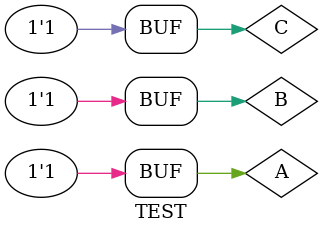
<source format=v>

module AND(
  input A, input B, input C,
  output and_ABC
);

  wire t;

  and AB(t, A, B);
  and tC(and_ABC, t, C);

endmodule


module OR(
  input A, input B, input C,
  output or_ABC
);

  wire t;

  or AB(t, A, B);
  or tC(or_ABC, t, C);

endmodule


// testbench

`timescale 1ns / 1ps

module TEST();

  reg A, B, C;
  wire and_ABC, or_ABC;

  AND op1(A, B, C, and_ABC);
  OR op2(A, B, C, or_ABC);


  initial begin
    $display("Solution by Adheesh Trivedi\n=====================");
    $monitor(
      {
        " > A=%b, B=%b, C=%b\n",
        " | | AND=%b, OR=%b"
      },
      A, B, C, and_ABC, or_ABC
    );
    $dumpfile("q1.vcd");
    $dumpvars(0, TEST);

    A = 0; B = 0; C = 0; #10;
    A = 1; B = 0; C = 0; #10;
    A = 0; B = 1; C = 0; #10;
    A = 1; B = 1; C = 0; #10;
    A = 0; B = 0; C = 1; #10;
    A = 1; B = 0; C = 1; #10;
    A = 0; B = 1; C = 1; #10;
    A = 1; B = 1; C = 1; #10;

  end

endmodule

</source>
